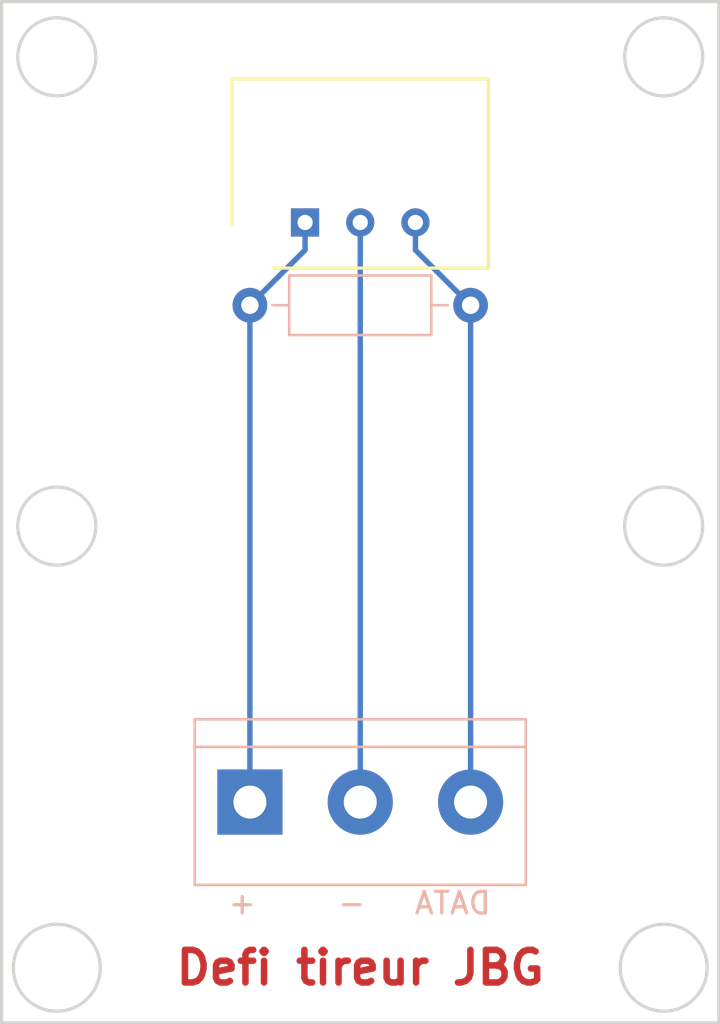
<source format=kicad_pcb>
(kicad_pcb (version 20171130) (host pcbnew 5.1.9+dfsg1-1)

  (general
    (thickness 1.6)
    (drawings 11)
    (tracks 7)
    (zones 0)
    (modules 3)
    (nets 1)
  )

  (page A4)
  (layers
    (0 F.Cu signal)
    (31 B.Cu signal)
    (32 B.Adhes user)
    (33 F.Adhes user)
    (34 B.Paste user)
    (35 F.Paste user)
    (36 B.SilkS user)
    (37 F.SilkS user)
    (38 B.Mask user)
    (39 F.Mask user)
    (40 Dwgs.User user)
    (41 Cmts.User user)
    (42 Eco1.User user)
    (43 Eco2.User user)
    (44 Edge.Cuts user)
    (45 Margin user)
    (46 B.CrtYd user)
    (47 F.CrtYd user)
    (48 B.Fab user)
    (49 F.Fab user)
  )

  (setup
    (last_trace_width 0.25)
    (trace_clearance 0.2)
    (zone_clearance 0.508)
    (zone_45_only no)
    (trace_min 0.2)
    (via_size 0.8)
    (via_drill 0.4)
    (via_min_size 0.4)
    (via_min_drill 0.3)
    (uvia_size 0.3)
    (uvia_drill 0.1)
    (uvias_allowed no)
    (uvia_min_size 0.2)
    (uvia_min_drill 0.1)
    (edge_width 0.15)
    (segment_width 0.2)
    (pcb_text_width 0.3)
    (pcb_text_size 1.5 1.5)
    (mod_edge_width 0.15)
    (mod_text_size 1 1)
    (mod_text_width 0.15)
    (pad_size 1.524 1.524)
    (pad_drill 0.762)
    (pad_to_mask_clearance 0.051)
    (solder_mask_min_width 0.25)
    (aux_axis_origin 0 0)
    (visible_elements FFFFFF7F)
    (pcbplotparams
      (layerselection 0x010fc_ffffffff)
      (usegerberextensions false)
      (usegerberattributes false)
      (usegerberadvancedattributes false)
      (creategerberjobfile false)
      (excludeedgelayer true)
      (linewidth 0.150000)
      (plotframeref false)
      (viasonmask false)
      (mode 1)
      (useauxorigin false)
      (hpglpennumber 1)
      (hpglpenspeed 20)
      (hpglpendiameter 15.000000)
      (psnegative false)
      (psa4output false)
      (plotreference true)
      (plotvalue true)
      (plotinvisibletext false)
      (padsonsilk false)
      (subtractmaskfromsilk false)
      (outputformat 1)
      (mirror false)
      (drillshape 0)
      (scaleselection 1)
      (outputdirectory "supoh137/"))
  )

  (net 0 "")

  (net_class Default "Ceci est la Netclass par défaut."
    (clearance 0.2)
    (trace_width 0.25)
    (via_dia 0.8)
    (via_drill 0.4)
    (uvia_dia 0.3)
    (uvia_drill 0.1)
  )

  (module Resistor_THT:R_Axial_DIN0207_L6.3mm_D2.5mm_P10.16mm_Horizontal (layer B.Cu) (tedit 60A3CE00) (tstamp 60A3D761)
    (at 45.72 43.18)
    (descr "Resistor, Axial_DIN0207 series, Axial, Horizontal, pin pitch=10.16mm, 0.25W = 1/4W, length*diameter=6.3*2.5mm^2, http://cdn-reichelt.de/documents/datenblatt/B400/1_4W%23YAG.pdf")
    (tags "Resistor Axial_DIN0207 series Axial Horizontal pin pitch 10.16mm 0.25W = 1/4W length 6.3mm diameter 2.5mm")
    (fp_text reference REF** (at 5.08 2.37) (layer B.SilkS) hide
      (effects (font (size 1 1) (thickness 0.15)) (justify mirror))
    )
    (fp_text value R_Axial_DIN0207_L6.3mm_D2.5mm_P10.16mm_Horizontal (at 5.08 -2.37) (layer B.Fab) hide
      (effects (font (size 1 1) (thickness 0.15)) (justify mirror))
    )
    (fp_line (start 11.21 1.5) (end -1.05 1.5) (layer B.CrtYd) (width 0.05))
    (fp_line (start 11.21 -1.5) (end 11.21 1.5) (layer B.CrtYd) (width 0.05))
    (fp_line (start -1.05 -1.5) (end 11.21 -1.5) (layer B.CrtYd) (width 0.05))
    (fp_line (start -1.05 1.5) (end -1.05 -1.5) (layer B.CrtYd) (width 0.05))
    (fp_line (start 9.12 0) (end 8.35 0) (layer B.SilkS) (width 0.12))
    (fp_line (start 1.04 0) (end 1.81 0) (layer B.SilkS) (width 0.12))
    (fp_line (start 8.35 1.37) (end 1.81 1.37) (layer B.SilkS) (width 0.12))
    (fp_line (start 8.35 -1.37) (end 8.35 1.37) (layer B.SilkS) (width 0.12))
    (fp_line (start 1.81 -1.37) (end 8.35 -1.37) (layer B.SilkS) (width 0.12))
    (fp_line (start 1.81 1.37) (end 1.81 -1.37) (layer B.SilkS) (width 0.12))
    (fp_line (start 10.16 0) (end 8.23 0) (layer B.Fab) (width 0.1))
    (fp_line (start 0 0) (end 1.93 0) (layer B.Fab) (width 0.1))
    (fp_line (start 8.23 1.25) (end 1.93 1.25) (layer B.Fab) (width 0.1))
    (fp_line (start 8.23 -1.25) (end 8.23 1.25) (layer B.Fab) (width 0.1))
    (fp_line (start 1.93 -1.25) (end 8.23 -1.25) (layer B.Fab) (width 0.1))
    (fp_line (start 1.93 1.25) (end 1.93 -1.25) (layer B.Fab) (width 0.1))
    (fp_text user 10k (at 5.08 0) (layer B.Fab)
      (effects (font (size 1 1) (thickness 0.15)) (justify mirror))
    )
    (pad 2 thru_hole oval (at 10.16 0) (size 1.6 1.6) (drill 0.8) (layers *.Cu *.Mask))
    (pad 1 thru_hole circle (at 0 0) (size 1.6 1.6) (drill 0.8) (layers *.Cu *.Mask))
    (model ${KISYS3DMOD}/Resistor_THT.3dshapes/R_Axial_DIN0207_L6.3mm_D2.5mm_P10.16mm_Horizontal.wrl
      (at (xyz 0 0 0))
      (scale (xyz 1 1 1))
      (rotate (xyz 0 0 0))
    )
  )

  (module Package_SIP:SIP3_11.6x8.5mm (layer F.Cu) (tedit 60A3CD87) (tstamp 60A3DA53)
    (at 48.26 39.37)
    (descr RECOM,R78EXX,https://www.recom-power.com/pdf/Innoline/R-78Exx-0.5.pdf)
    (tags "SIP3 Regulator Module")
    (fp_text reference REF** (at 2.54 3.3 180) (layer F.SilkS) hide
      (effects (font (size 1 1) (thickness 0.15)))
    )
    (fp_text value SIP3_11.6x8.5mm (at 2.54 -8 180) (layer F.Fab) hide
      (effects (font (size 1 1) (thickness 0.15)))
    )
    (fp_line (start 8.64 2.3) (end 8.64 -6.8) (layer F.CrtYd) (width 0.05))
    (fp_line (start -3.56 2.3) (end -3.56 -6.8) (layer F.CrtYd) (width 0.05))
    (fp_line (start 8.64 -6.8) (end -3.56 -6.8) (layer F.CrtYd) (width 0.05))
    (fp_line (start 8.64 2.3) (end -3.56 2.3) (layer F.CrtYd) (width 0.05))
    (fp_line (start -3.26 0.5) (end -1.76 2) (layer F.Fab) (width 0.1))
    (fp_line (start 8.44 -6.6) (end 8.44 2.1) (layer F.SilkS) (width 0.15))
    (fp_line (start -3.36 -6.6) (end 8.44 -6.6) (layer F.SilkS) (width 0.15))
    (fp_line (start -3.36 0.1) (end -3.36 -6.6) (layer F.SilkS) (width 0.15))
    (fp_line (start -1.46 2.1) (end 8.44 2.1) (layer F.SilkS) (width 0.15))
    (fp_line (start 8.34 2) (end 8.34 -6.5) (layer F.Fab) (width 0.1))
    (fp_line (start 8.34 -6.5) (end -3.26 -6.5) (layer F.Fab) (width 0.1))
    (fp_line (start -3.26 -6.5) (end -3.26 0.5) (layer F.Fab) (width 0.1))
    (fp_line (start 8.34 2) (end -1.76 2) (layer F.Fab) (width 0.1))
    (fp_text user OH137 (at 2.54 -2.7 180) (layer F.Fab)
      (effects (font (size 1 1) (thickness 0.15)))
    )
    (pad 2 thru_hole circle (at 2.54 0 180) (size 1.3 1.3) (drill 0.7) (layers *.Cu *.Mask))
    (pad 1 thru_hole rect (at 0 0 270) (size 1.3 1.3) (drill 0.7) (layers *.Cu *.Mask))
    (pad 3 thru_hole circle (at 5.08 0 270) (size 1.3 1.3) (drill 0.7) (layers *.Cu *.Mask))
    (model ${KISYS3DMOD}/Package_SIP.3dshapes/SIP3_11.6x8.5mm.wrl
      (at (xyz 0 0 0))
      (scale (xyz 1 1 1))
      (rotate (xyz 0 0 0))
    )
  )

  (module TerminalBlock:TerminalBlock_bornier-3_P5.08mm (layer B.Cu) (tedit 60A3CE79) (tstamp 60A3DCDB)
    (at 45.72 66.04)
    (descr "simple 3-pin terminal block, pitch 5.08mm, revamped version of bornier3")
    (tags "terminal block bornier3")
    (fp_text reference "DATA   -     +" (at 5.05 4.65) (layer B.SilkS)
      (effects (font (size 1 1) (thickness 0.15)) (justify mirror))
    )
    (fp_text value TerminalBlock_bornier-3_P5.08mm (at 5.08 -5.08) (layer B.Fab) hide
      (effects (font (size 1 1) (thickness 0.15)) (justify mirror))
    )
    (fp_line (start 12.88 -4) (end -2.72 -4) (layer B.CrtYd) (width 0.05))
    (fp_line (start 12.88 -4) (end 12.88 4) (layer B.CrtYd) (width 0.05))
    (fp_line (start -2.72 4) (end -2.72 -4) (layer B.CrtYd) (width 0.05))
    (fp_line (start -2.72 4) (end 12.88 4) (layer B.CrtYd) (width 0.05))
    (fp_line (start -2.54 -3.81) (end 12.7 -3.81) (layer B.SilkS) (width 0.12))
    (fp_line (start -2.54 3.81) (end 12.7 3.81) (layer B.SilkS) (width 0.12))
    (fp_line (start -2.54 -2.54) (end 12.7 -2.54) (layer B.SilkS) (width 0.12))
    (fp_line (start 12.7 -3.81) (end 12.7 3.81) (layer B.SilkS) (width 0.12))
    (fp_line (start -2.54 -3.81) (end -2.54 3.81) (layer B.SilkS) (width 0.12))
    (fp_line (start -2.47 -3.75) (end -2.47 3.75) (layer B.Fab) (width 0.1))
    (fp_line (start 12.63 -3.75) (end -2.47 -3.75) (layer B.Fab) (width 0.1))
    (fp_line (start 12.63 3.75) (end 12.63 -3.75) (layer B.Fab) (width 0.1))
    (fp_line (start -2.47 3.75) (end 12.63 3.75) (layer B.Fab) (width 0.1))
    (fp_line (start -2.47 -2.55) (end 12.63 -2.55) (layer B.Fab) (width 0.1))
    (fp_text user %R (at 5.08 0) (layer B.Fab)
      (effects (font (size 1 1) (thickness 0.15)) (justify mirror))
    )
    (pad 3 thru_hole circle (at 10.16 0) (size 3 3) (drill 1.52) (layers *.Cu *.Mask))
    (pad 2 thru_hole circle (at 5.08 0) (size 3 3) (drill 1.52) (layers *.Cu *.Mask))
    (pad 1 thru_hole rect (at 0 0) (size 3 3) (drill 1.52) (layers *.Cu *.Mask))
    (model ${KISYS3DMOD}/TerminalBlock.3dshapes/TerminalBlock_bornier-3_P5.08mm.wrl
      (offset (xyz 5.079999923706055 0 0))
      (scale (xyz 1 1 1))
      (rotate (xyz 0 0 0))
    )
  )

  (gr_text "Defi tireur JBG" (at 50.8 73.66) (layer F.Cu)
    (effects (font (size 1.5 1.5) (thickness 0.3)))
  )
  (gr_circle (center 36.83 53.34) (end 38.1 54.61) (layer Edge.Cuts) (width 0.15) (tstamp 60A3DE97))
  (gr_circle (center 64.77 53.34) (end 66.04 54.61) (layer Edge.Cuts) (width 0.15) (tstamp 60A3DE91))
  (gr_circle (center 64.77 31.75) (end 66.04 33.02) (layer Edge.Cuts) (width 0.15) (tstamp 60A3DE8A))
  (gr_circle (center 64.77 73.66) (end 66.77 73.66) (layer Edge.Cuts) (width 0.15) (tstamp 60A3DE88))
  (gr_circle (center 36.83 73.66) (end 38.83 73.66) (layer Edge.Cuts) (width 0.15) (tstamp 60A3DE86))
  (gr_circle (center 36.83 31.75) (end 38.1 33.02) (layer Edge.Cuts) (width 0.15))
  (gr_line (start 67.31 29.21) (end 34.29 29.21) (layer Edge.Cuts) (width 0.15))
  (gr_line (start 67.31 76.2) (end 67.31 29.21) (layer Edge.Cuts) (width 0.15))
  (gr_line (start 34.29 76.2) (end 67.31 76.2) (layer Edge.Cuts) (width 0.15))
  (gr_line (start 34.29 29.21) (end 34.29 76.2) (layer Edge.Cuts) (width 0.15))

  (segment (start 48.26 40.64) (end 45.72 43.18) (width 0.25) (layer B.Cu) (net 0))
  (segment (start 48.26 39.37) (end 48.26 40.64) (width 0.25) (layer B.Cu) (net 0))
  (segment (start 45.72 43.18) (end 45.72 66.04) (width 0.25) (layer B.Cu) (net 0))
  (segment (start 53.34 40.64) (end 55.88 43.18) (width 0.25) (layer B.Cu) (net 0))
  (segment (start 53.34 39.37) (end 53.34 40.64) (width 0.25) (layer B.Cu) (net 0))
  (segment (start 55.88 43.18) (end 55.88 66.04) (width 0.25) (layer B.Cu) (net 0))
  (segment (start 50.8 39.37) (end 50.8 66.04) (width 0.25) (layer B.Cu) (net 0))

)

</source>
